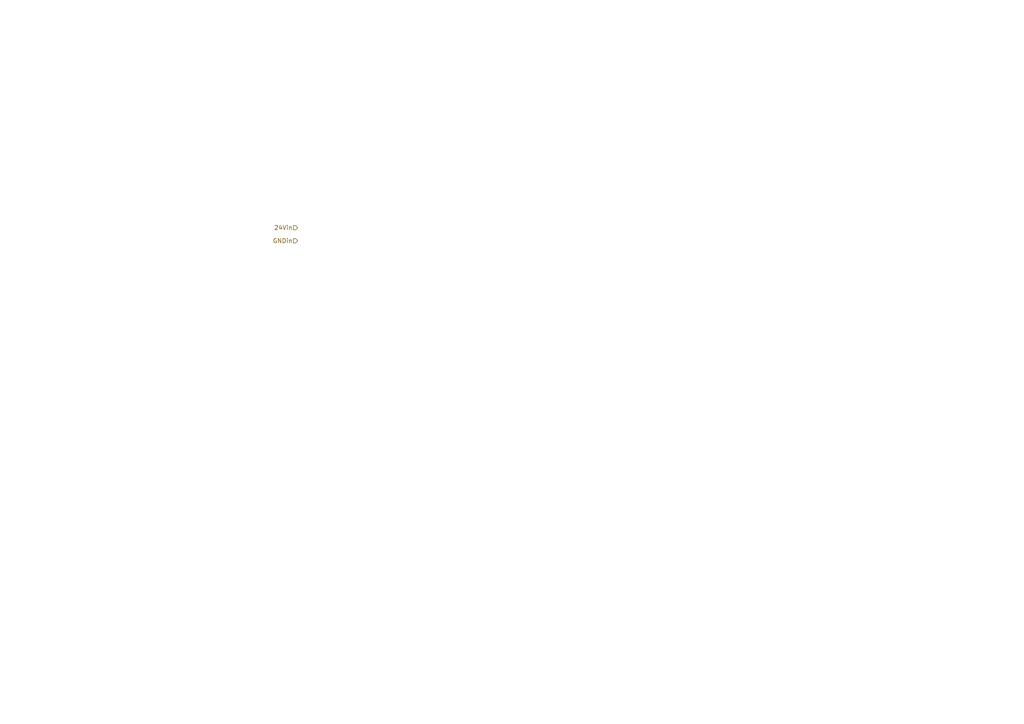
<source format=kicad_sch>
(kicad_sch (version 20211123) (generator eeschema)
  (paper "A4")
  (lib_symbols)
  (hierarchical_label "24Vin" (shape input) (at 86.36 66.04 180))
  (hierarchical_label "GNDin" (shape input) (at 86.36 69.85 180))
)
</source>
